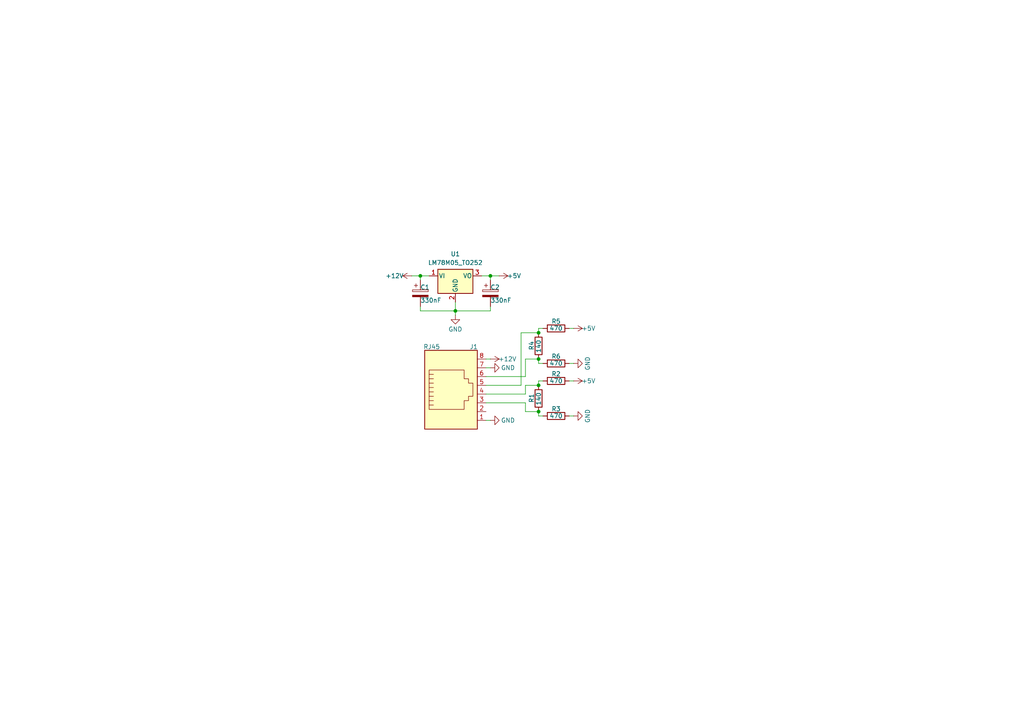
<source format=kicad_sch>
(kicad_sch (version 20231120) (generator "eeschema") (generator_version "8.0")
  (paper "A4")
  (title_block (title "PicoChain Terminator Reference Device Implementation") (date "2024-08-22") (rev "v1.1") (comment 2 "http://www.tapr.org/OHL") (comment 3 "Licence: The TAPR Open Hardware License") (comment 4 "Author: Jason Alexander"))
  (lib_symbols
    (symbol "Connector:RJ45" (pin_names (offset 1.016))
      (property "Reference" "J" (at -5.08 13.97 0))
      (property "Value" "RJ45" (at 2.54 13.97 0))
      (symbol "RJ45_0_1"
        (polyline (pts (xy -5.08 4.445) (xy -6.35 4.445)))
        (polyline (pts (xy -5.08 5.715) (xy -6.35 5.715)))
        (polyline (pts (xy -6.35 -3.175) (xy -5.08 -3.175) (xy -5.08 -3.175)))
        (polyline (pts (xy -6.35 -1.905) (xy -5.08 -1.905) (xy -5.08 -1.905)))
        (polyline (pts (xy -6.35 -0.635) (xy -5.08 -0.635) (xy -5.08 -0.635)))
        (polyline (pts (xy -6.35 0.635) (xy -5.08 0.635) (xy -5.08 0.635)))
        (polyline (pts (xy -6.35 1.905) (xy -5.08 1.905) (xy -5.08 1.905)))
        (polyline (pts (xy -5.08 3.175) (xy -6.35 3.175) (xy -6.35 3.175)))
        (polyline (pts (xy -6.35 -4.445) (xy -6.35 6.985) (xy 3.81 6.985) (xy 3.81 4.445) (xy 5.08 4.445) (xy 5.08 3.175) (xy 6.35 3.175) (xy 6.35 -0.635) (xy 5.08 -0.635) (xy 5.08 -1.905) (xy 3.81 -1.905) (xy 3.81 -4.445) (xy -6.35 -4.445) (xy -6.35 -4.445)))
        (rectangle (start 7.62 12.7) (end -7.62 -10.16) (stroke (width 0.254)) (fill (type background)))
      )
      (symbol "RJ45_1_1"
        (pin passive line (at 10.16 -7.62 180) (length 2.54) (name "~") (number "1"))
        (pin passive line (at 10.16 -5.08 180) (length 2.54) (name "~") (number "2"))
        (pin passive line (at 10.16 -2.54 180) (length 2.54) (name "~") (number "3"))
        (pin passive line (at 10.16 0 180) (length 2.54) (name "~") (number "4"))
        (pin passive line (at 10.16 2.54 180) (length 2.54) (name "~") (number "5"))
        (pin passive line (at 10.16 5.08 180) (length 2.54) (name "~") (number "6"))
        (pin passive line (at 10.16 7.62 180) (length 2.54) (name "~") (number "7"))
        (pin passive line (at 10.16 10.16 180) (length 2.54) (name "~") (number "8"))
      )
    )
    (symbol "Device:C_Polarized" (pin_numbers hide) (pin_names (offset 0.254))
      (property "Reference" "C" (at 0.635 2.54 0))
      (property "Value" "C_Polarized" (at 0.635 -2.54 0))
      (symbol "C_Polarized_0_1"
        (rectangle (start -2.286 0.508) (end 2.286 1.016))
        (polyline (pts (xy -1.778 2.286) (xy -0.762 2.286)))
        (polyline (pts (xy -1.27 2.794) (xy -1.27 1.778)))
        (rectangle (start 2.286 -0.508) (end -2.286 -1.016) (fill (type outline)))
      )
      (symbol "C_Polarized_1_1"
        (pin passive line (at 0 3.81 270) (length 2.794) (name "~") (number "1"))
        (pin passive line (at 0 -3.81 90) (length 2.794) (name "~") (number "2"))
      )
    )
    (symbol "Device:R" (pin_numbers hide) (pin_names (offset 0))
      (property "Reference" "R" (at 2.032 0 90))
      (property "Value" "R" (at 0 0 90))
      (symbol "R_0_1"
        (rectangle (start -1.016 -2.54) (end 1.016 2.54) (stroke (width 0.254)))
      )
      (symbol "R_1_1"
        (pin passive line (at 0 3.81 270) (length 1.27) (name "~") (number "1"))
        (pin passive line (at 0 -3.81 90) (length 1.27) (name "~") (number "2"))
      )
    )
    (symbol "Regulator_Linear:LM78M05_TO252" (pin_names (offset 0.254))
      (property "Reference" "U" (at -3.81 3.175 0))
      (property "Value" "LM78M05_TO252" (at 0 3.175 0))
      (symbol "LM78M05_TO252_0_1"
        (rectangle (start -5.08 1.905) (end 5.08 -5.08) (stroke (width 0.254)) (fill (type background)))
      )
      (symbol "LM78M05_TO252_1_1"
        (pin power_in line (at -7.62 0 0) (length 2.54) (name "VI") (number "1"))
        (pin power_in line (at 0 -7.62 90) (length 2.54) (name "GND") (number "2"))
        (pin power_out line (at 7.62 0 180) (length 2.54) (name "VO") (number "3"))
      )
    )
    (symbol "power:+12V" (power) (pin_numbers hide) (pin_names (offset 0) hide)
      (property "Value" "+12V" (at 0 3.556 0))
      (symbol "+12V_0_1"
        (polyline (pts (xy -0.762 1.27) (xy 0 2.54)))
        (polyline (pts (xy 0 0) (xy 0 2.54)))
        (polyline (pts (xy 0 2.54) (xy 0.762 1.27)))
      )
      (symbol "+12V_1_1"
        (pin power_in line (at 0 0 90) (length 0) (name "~") (number "1"))
      )
    )
    (symbol "power:+5V" (power) (pin_numbers hide) (pin_names (offset 0) hide)
      (property "Value" "+5V" (at 0 3.556 0))
      (symbol "+5V_0_1"
        (polyline (pts (xy -0.762 1.27) (xy 0 2.54)))
        (polyline (pts (xy 0 0) (xy 0 2.54)))
        (polyline (pts (xy 0 2.54) (xy 0.762 1.27)))
      )
      (symbol "+5V_1_1"
        (pin power_in line (at 0 0 90) (length 0) (name "~") (number "1"))
      )
    )
    (symbol "power:GND" (power) (pin_numbers hide) (pin_names (offset 0) hide)
      (property "Value" "GND" (at 0 -3.81 0))
      (symbol "GND_0_1"
        (polyline (pts (xy 0 0) (xy 0 -1.27) (xy 1.27 -1.27) (xy 0 -2.54) (xy -1.27 -1.27) (xy 0 -1.27)))
      )
      (symbol "GND_1_1"
        (pin power_in line (at 0 0 270) (length 0) (name "~") (number "1"))
      )
    )
  )
  (junction (at 156.21 104.14))
  (junction (at 156.21 96.52))
  (junction (at 132.08 90.17))
  (junction (at 156.21 111.76))
  (junction (at 156.21 119.38))
  (junction (at 142.24 80.01))
  (junction (at 121.92 80.01))
  (wire (pts (xy 142.24 88.9) (xy 142.24 90.17)))
  (wire (pts (xy 121.92 88.9) (xy 121.92 90.17)))
  (wire (pts (xy 152.4 114.3) (xy 152.4 111.76)))
  (wire (pts (xy 121.92 90.17) (xy 132.08 90.17)))
  (wire (pts (xy 156.21 105.41) (xy 156.21 104.14)))
  (wire (pts (xy 157.48 95.25) (xy 156.21 95.25)))
  (wire (pts (xy 142.24 90.17) (xy 132.08 90.17)))
  (wire (pts (xy 132.08 90.17) (xy 132.08 91.44)))
  (wire (pts (xy 165.1 110.49) (xy 166.37 110.49)))
  (wire (pts (xy 132.08 87.63) (xy 132.08 90.17)))
  (wire (pts (xy 140.97 109.22) (xy 152.4 109.22)))
  (wire (pts (xy 119.38 80.01) (xy 121.92 80.01)))
  (wire (pts (xy 152.4 119.38) (xy 156.21 119.38)))
  (wire (pts (xy 140.97 111.76) (xy 151.13 111.76)))
  (wire (pts (xy 157.48 120.65) (xy 156.21 120.65)))
  (wire (pts (xy 152.4 111.76) (xy 156.21 111.76)))
  (wire (pts (xy 139.7 80.01) (xy 142.24 80.01)))
  (wire (pts (xy 151.13 96.52) (xy 156.21 96.52)))
  (wire (pts (xy 156.21 120.65) (xy 156.21 119.38)))
  (wire (pts (xy 165.1 105.41) (xy 166.37 105.41)))
  (wire (pts (xy 165.1 120.65) (xy 166.37 120.65)))
  (wire (pts (xy 140.97 121.92) (xy 142.24 121.92)))
  (wire (pts (xy 140.97 104.14) (xy 142.24 104.14)))
  (wire (pts (xy 142.24 80.01) (xy 144.78 80.01)))
  (wire (pts (xy 142.24 80.01) (xy 142.24 81.28)))
  (wire (pts (xy 140.97 106.68) (xy 142.24 106.68)))
  (wire (pts (xy 156.21 110.49) (xy 156.21 111.76)))
  (wire (pts (xy 124.46 80.01) (xy 121.92 80.01)))
  (wire (pts (xy 152.4 116.84) (xy 152.4 119.38)))
  (wire (pts (xy 140.97 114.3) (xy 152.4 114.3)))
  (wire (pts (xy 152.4 104.14) (xy 152.4 109.22)))
  (wire (pts (xy 165.1 95.25) (xy 166.37 95.25)))
  (wire (pts (xy 121.92 80.01) (xy 121.92 81.28)))
  (wire (pts (xy 151.13 111.76) (xy 151.13 96.52)))
  (wire (pts (xy 140.97 116.84) (xy 152.4 116.84)))
  (wire (pts (xy 152.4 104.14) (xy 156.21 104.14)))
  (wire (pts (xy 157.48 110.49) (xy 156.21 110.49)))
  (wire (pts (xy 157.48 105.41) (xy 156.21 105.41)))
  (wire (pts (xy 156.21 95.25) (xy 156.21 96.52)))
  (symbol (lib_id "Device:R") (at 161.29 110.49 90) (unit 1)
    (property "Reference" "R2" (at 161.29 108.458 90))
    (property "Value" "470" (at 161.29 110.49 90))
    (property "Footprint" "Resistor_SMD:R_0805_2012Metric" (effects (hide yes)))
    (property "Description" "Resistor" (effects (hide yes)))
  )
  (symbol (lib_id "Device:C_Polarized") (at 121.92 85.09 0) (unit 1)
    (property "Reference" "C1" (at 121.92 83.312 0) (effects (justify left)))
    (property "Value" "330nF" (at 121.92 87.122 0) (effects (justify left)))
    (property "Footprint" "Capacitor_Tantalum_SMD:CP_EIA-3216-18_Kemet-A" (effects (hide yes)))
    (property "Description" "Polarized capacitor" (effects (hide yes)))
  )
  (symbol (lib_id "power:GND") (at 132.08 91.44 0) (unit 1)
    (property "Reference" "#PWR07" (effects (hide yes)))
    (property "Value" "GND" (at 134.112 95.504 0) (effects (justify right)))
    (property "Description" "Power symbol creates a global label with name \"GND\" , ground" (effects (hide yes)))
  )
  (symbol (lib_id "Device:R") (at 156.21 115.57 0) (unit 1)
    (property "Reference" "R1" (at 154.178 116.84 90) (effects (justify left)))
    (property "Value" "140" (at 156.21 117.602 90) (effects (justify left)))
    (property "Footprint" "Resistor_SMD:R_0805_2012Metric" (effects (hide yes)))
    (property "Description" "Resistor" (effects (hide yes)))
  )
  (symbol (lib_id "Device:R") (at 161.29 95.25 90) (unit 1)
    (property "Reference" "R5" (at 161.29 93.218 90))
    (property "Value" "470" (at 161.29 95.25 90))
    (property "Footprint" "Resistor_SMD:R_0805_2012Metric" (effects (hide yes)))
    (property "Description" "Resistor" (effects (hide yes)))
  )
  (symbol (lib_id "power:GND") (at 166.37 105.41 90) (unit 1)
    (property "Reference" "#PWR04" (effects (hide yes)))
    (property "Value" "GND" (at 170.434 103.378 0) (effects (justify right)))
    (property "Description" "Power symbol creates a global label with name \"GND\" , ground" (effects (hide yes)))
  )
  (symbol (lib_id "power:+12V") (at 119.38 80.01 90) (mirror x) (unit 1)
    (property "Reference" "#PWR013" (effects (hide yes)))
    (property "Value" "+12V" (at 117.094 80.01 90) (effects (justify left)))
    (property "Description" "Power symbol creates a global label with name \"+12V\"" (effects (hide yes)))
  )
  (symbol (lib_id "Device:R") (at 161.29 105.41 90) (unit 1)
    (property "Reference" "R6" (at 161.29 103.378 90))
    (property "Value" "470" (at 161.29 105.41 90))
    (property "Footprint" "Resistor_SMD:R_0805_2012Metric" (effects (hide yes)))
    (property "Description" "Resistor" (effects (hide yes)))
  )
  (symbol (lib_id "power:+5V") (at 166.37 95.25 270) (unit 1)
    (property "Reference" "#PWR03" (effects (hide yes)))
    (property "Value" "+5V" (at 168.656 95.25 90) (effects (justify left)))
    (property "Description" "Power symbol creates a global label with name \"+5V\"" (effects (hide yes)))
  )
  (symbol (lib_id "power:GND") (at 142.24 121.92 90) (unit 1)
    (property "Reference" "#PWR010" (effects (hide yes)))
    (property "Value" "GND" (at 145.288 121.92 90) (effects (justify right)))
    (property "Description" "Power symbol creates a global label with name \"GND\" , ground" (effects (hide yes)))
  )
  (symbol (lib_id "Device:R") (at 161.29 120.65 90) (unit 1)
    (property "Reference" "R3" (at 161.29 118.618 90))
    (property "Value" "470" (at 161.29 120.65 90))
    (property "Footprint" "Resistor_SMD:R_0805_2012Metric" (effects (hide yes)))
    (property "Description" "Resistor" (effects (hide yes)))
  )
  (symbol (lib_id "Device:C_Polarized") (at 142.24 85.09 0) (unit 1)
    (property "Reference" "C2" (at 142.24 83.312 0) (effects (justify left)))
    (property "Value" "330nF" (at 142.24 87.122 0) (effects (justify left)))
    (property "Footprint" "Capacitor_Tantalum_SMD:CP_EIA-3216-18_Kemet-A" (effects (hide yes)))
    (property "Description" "Polarized capacitor" (effects (hide yes)))
  )
  (symbol (lib_id "Device:R") (at 156.21 100.33 0) (unit 1)
    (property "Reference" "R4" (at 154.178 101.6 90) (effects (justify left)))
    (property "Value" "140" (at 156.21 102.362 90) (effects (justify left)))
    (property "Footprint" "Resistor_SMD:R_0805_2012Metric" (effects (hide yes)))
    (property "Description" "Resistor" (effects (hide yes)))
  )
  (symbol (lib_id "Regulator_Linear:LM78M05_TO252") (at 132.08 80.01 0) (unit 1)
    (property "Reference" "U1" (at 132.08 73.66 0))
    (property "Value" "LM78M05_TO252" (at 132.08 76.2 0))
    (property "Footprint" "Package_TO_SOT_SMD:TO-252-2" (effects (hide yes)))
    (property "Datasheet" "https://www.onsemi.com/pub/Collateral/MC78M00-D.PDF" (effects (hide yes)))
    (property "Description" "Positive 500mA 35V Linear Regulator, Fixed Output 5V, TO-252 (D-PAK)" (effects (hide yes)))
  )
  (symbol (lib_id "power:+12V") (at 142.24 104.14 270) (unit 1)
    (property "Reference" "#PWR05" (effects (hide yes)))
    (property "Value" "+12V" (at 144.526 104.14 90) (effects (justify left)))
    (property "Description" "Power symbol creates a global label with name \"+12V\"" (effects (hide yes)))
  )
  (symbol (lib_id "power:+5V") (at 144.78 80.01 270) (unit 1)
    (property "Reference" "#PWR08" (effects (hide yes)))
    (property "Value" "+5V" (at 147.066 80.01 90) (effects (justify left)))
    (property "Description" "Power symbol creates a global label with name \"+5V\"" (effects (hide yes)))
  )
  (symbol (lib_id "power:GND") (at 142.24 106.68 90) (unit 1)
    (property "Reference" "#PWR012" (effects (hide yes)))
    (property "Value" "GND" (at 145.288 106.68 90) (effects (justify right)))
    (property "Description" "Power symbol creates a global label with name \"GND\" , ground" (effects (hide yes)))
  )
  (symbol (lib_id "Connector:RJ45") (at 130.81 114.3 0) (unit 1)
    (property "Reference" "J1" (at 137.414 100.584 0))
    (property "Value" "RJ45" (at 125.222 100.584 0))
    (property "Footprint" "Connector_RJ:RJ45_Amphenol_54602-x08_Horizontal" (effects (hide yes)))
    (property "Description" "RJ connector, 8P8C (8 positions 8 connected)" (effects (hide yes)))
  )
  (symbol (lib_id "power:GND") (at 166.37 120.65 90) (unit 1)
    (property "Reference" "#PWR01" (effects (hide yes)))
    (property "Value" "GND" (at 170.434 118.618 0) (effects (justify right)))
    (property "Description" "Power symbol creates a global label with name \"GND\" , ground" (effects (hide yes)))
  )
  (symbol (lib_id "power:+5V") (at 166.37 110.49 270) (unit 1)
    (property "Reference" "#PWR02" (effects (hide yes)))
    (property "Value" "+5V" (at 168.656 110.49 90) (effects (justify left)))
    (property "Description" "Power symbol creates a global label with name \"+5V\"" (effects (hide yes)))
  )
)
</source>
